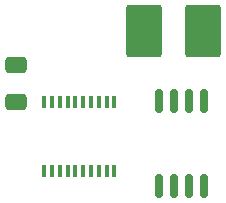
<source format=gbr>
%TF.GenerationSoftware,KiCad,Pcbnew,(6.0.1)*%
%TF.CreationDate,2022-02-07T09:31:49-05:00*%
%TF.ProjectId,hitsmodule,68697473-6d6f-4647-956c-652e6b696361,rev?*%
%TF.SameCoordinates,Original*%
%TF.FileFunction,Paste,Top*%
%TF.FilePolarity,Positive*%
%FSLAX46Y46*%
G04 Gerber Fmt 4.6, Leading zero omitted, Abs format (unit mm)*
G04 Created by KiCad (PCBNEW (6.0.1)) date 2022-02-07 09:31:49*
%MOMM*%
%LPD*%
G01*
G04 APERTURE LIST*
G04 Aperture macros list*
%AMRoundRect*
0 Rectangle with rounded corners*
0 $1 Rounding radius*
0 $2 $3 $4 $5 $6 $7 $8 $9 X,Y pos of 4 corners*
0 Add a 4 corners polygon primitive as box body*
4,1,4,$2,$3,$4,$5,$6,$7,$8,$9,$2,$3,0*
0 Add four circle primitives for the rounded corners*
1,1,$1+$1,$2,$3*
1,1,$1+$1,$4,$5*
1,1,$1+$1,$6,$7*
1,1,$1+$1,$8,$9*
0 Add four rect primitives between the rounded corners*
20,1,$1+$1,$2,$3,$4,$5,0*
20,1,$1+$1,$4,$5,$6,$7,0*
20,1,$1+$1,$6,$7,$8,$9,0*
20,1,$1+$1,$8,$9,$2,$3,0*%
G04 Aperture macros list end*
%ADD10RoundRect,0.150000X0.150000X-0.850000X0.150000X0.850000X-0.150000X0.850000X-0.150000X-0.850000X0*%
%ADD11R,0.400000X1.000000*%
%ADD12RoundRect,0.250000X-0.650000X0.412500X-0.650000X-0.412500X0.650000X-0.412500X0.650000X0.412500X0*%
%ADD13RoundRect,0.250001X1.262499X1.974999X-1.262499X1.974999X-1.262499X-1.974999X1.262499X-1.974999X0*%
G04 APERTURE END LIST*
D10*
%TO.C,U1*%
X155575000Y-92500000D03*
X156845000Y-92500000D03*
X158115000Y-92500000D03*
X159385000Y-92500000D03*
X159385000Y-85300000D03*
X158115000Y-85300000D03*
X156845000Y-85300000D03*
X155575000Y-85300000D03*
%TD*%
D11*
%TO.C,U2*%
X145897200Y-91202000D03*
X146557600Y-91202000D03*
X147218000Y-91202000D03*
X147878400Y-91202000D03*
X148538800Y-91202000D03*
X149199200Y-91202000D03*
X149859600Y-91202000D03*
X150520000Y-91208000D03*
X151180400Y-91202000D03*
X151840800Y-91202000D03*
X151840800Y-85360000D03*
X151180400Y-85360000D03*
X150520000Y-85354000D03*
X149859600Y-85360000D03*
X149199200Y-85360000D03*
X148538800Y-85360000D03*
X147878400Y-85360000D03*
X147218000Y-85360000D03*
X146557600Y-85360000D03*
X145897200Y-85360000D03*
%TD*%
D12*
%TO.C,C1*%
X143510000Y-82257500D03*
X143510000Y-85382500D03*
%TD*%
D13*
%TO.C,LS1*%
X159357500Y-79375000D03*
X154332500Y-79375000D03*
%TD*%
M02*

</source>
